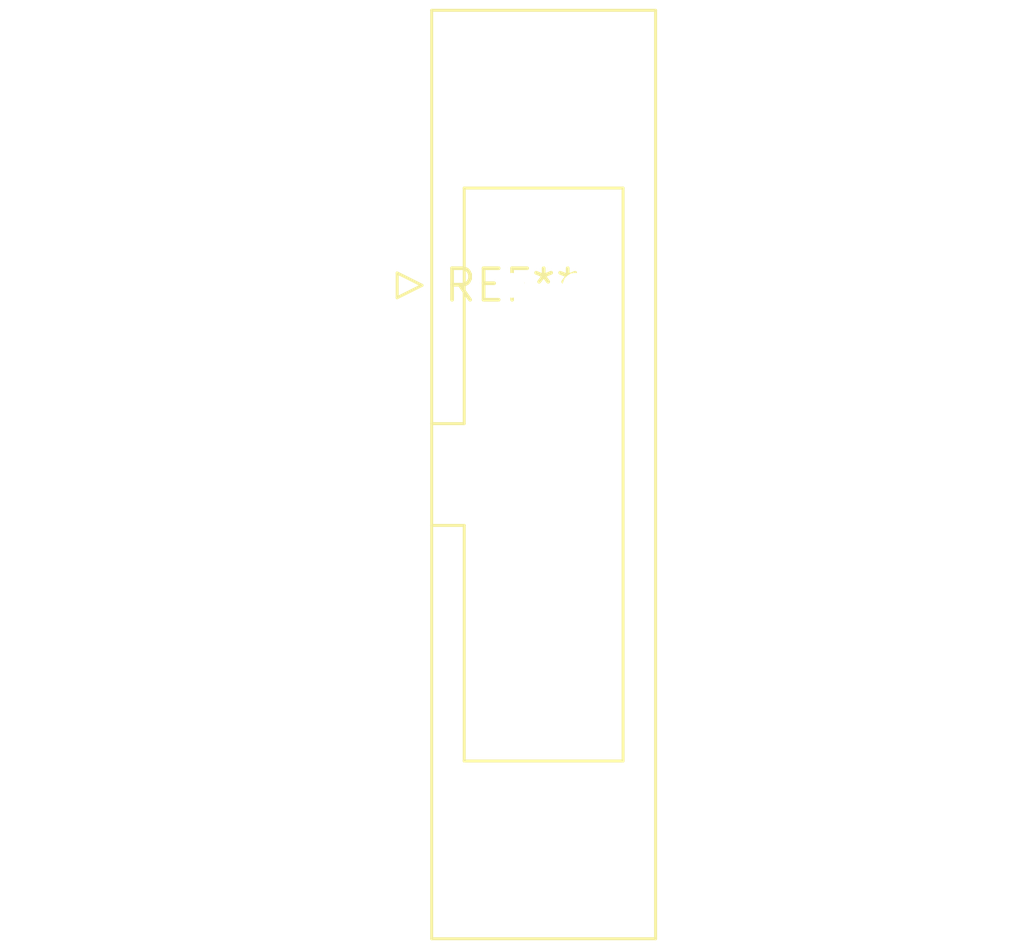
<source format=kicad_pcb>
(kicad_pcb (version 20240108) (generator pcbnew)
  (layers (0 "F.Cu" signal) (31 "B.Cu" signal) (34 "B.Paste" user) (35 "F.Paste" user) (36 "B.SilkS" user "B.Silkscreen") (37 "F.SilkS" user "F.Silkscreen") (38 "B.Mask" user) (39 "F.Mask" user) (44 "Edge.Cuts" user))
  (net 0 "")
  (footprint "IDC-Header_2x07_P2.54mm_Latch_Vertical" (layer "F.Cu") (at 0 0)
    (property "Reference" "REF**")
    (property "Value" "IDC-Header_2x07_P2.54mm_Latch_Vertical")
    (fp_line (start -4.63 -0.5) (end -4.63 0.5) (layer "F.SilkS") (stroke (width 0.12)))
    (fp_line (start -4.63 0.5) (end -3.63 0) (layer "F.SilkS") (stroke (width 0.12)))
    (fp_line (start -3.63 0) (end -4.63 -0.5) (layer "F.SilkS") (stroke (width 0.12)))
    (fp_line (start -3.24 -11.08) (end 5.78 -11.08) (layer "F.SilkS") (stroke (width 0.12)))
    (fp_line (start -3.24 5.57) (end -1.93 5.57) (layer "F.SilkS") (stroke (width 0.12)))
    (fp_line (start -3.24 26.32) (end -3.24 -11.08) (layer "F.SilkS") (stroke (width 0.12)))
    (fp_line (start -1.93 -3.92) (end 4.47 -3.92) (layer "F.SilkS") (stroke (width 0.12)))
    (fp_line (start -1.93 5.57) (end -1.93 -3.92) (layer "F.SilkS") (stroke (width 0.12)))
    (fp_line (start -1.93 9.67) (end -3.24 9.67) (layer "F.SilkS") (stroke (width 0.12)))
    (fp_line (start -1.93 9.67) (end -1.93 9.67) (layer "F.SilkS") (stroke (width 0.12)))
    (fp_line (start -1.93 19.16) (end -1.93 9.67) (layer "F.SilkS") (stroke (width 0.12)))
    (fp_line (start 4.47 -3.92) (end 4.47 19.16) (layer "F.SilkS") (stroke (width 0.12)))
    (fp_line (start 4.47 19.16) (end -1.93 19.16) (layer "F.SilkS") (stroke (width 0.12)))
    (fp_line (start 5.78 -11.08) (end 5.78 26.32) (layer "F.SilkS") (stroke (width 0.12)))
    (fp_line (start 5.78 26.32) (end -3.24 26.32) (layer "F.SilkS") (stroke (width 0.12)))
    (pad "1" thru_hole roundrect (at 0 0) (size 1.7 1.7) (drill 1) (layers *.Cu *.Mask) (remove_unused_layers) (roundrect_rratio 0.147059))
    (pad "2" thru_hole circle (at 2.54 0) (size 1.7 1.7) (drill 1) (layers *.Cu *.Mask) (remove_unused_layers))
    (pad "3" thru_hole circle (at 0 2.54) (size 1.7 1.7) (drill 1) (layers *.Cu *.Mask) (remove_unused_layers))
    (pad "4" thru_hole circle (at 2.54 2.54) (size 1.7 1.7) (drill 1) (layers *.Cu *.Mask) (remove_unused_layers))
    (pad "5" thru_hole circle (at 0 5.08) (size 1.7 1.7) (drill 1) (layers *.Cu *.Mask) (remove_unused_layers))
    (pad "6" thru_hole circle (at 2.54 5.08) (size 1.7 1.7) (drill 1) (layers *.Cu *.Mask) (remove_unused_layers))
    (pad "7" thru_hole circle (at 0 7.62) (size 1.7 1.7) (drill 1) (layers *.Cu *.Mask) (remove_unused_layers))
    (pad "8" thru_hole circle (at 2.54 7.62) (size 1.7 1.7) (drill 1) (layers *.Cu *.Mask) (remove_unused_layers))
    (pad "9" thru_hole circle (at 0 10.16) (size 1.7 1.7) (drill 1) (layers *.Cu *.Mask) (remove_unused_layers))
    (pad "10" thru_hole circle (at 2.54 10.16) (size 1.7 1.7) (drill 1) (layers *.Cu *.Mask) (remove_unused_layers))
    (pad "11" thru_hole circle (at 0 12.7) (size 1.7 1.7) (drill 1) (layers *.Cu *.Mask) (remove_unused_layers))
    (pad "12" thru_hole circle (at 2.54 12.7) (size 1.7 1.7) (drill 1) (layers *.Cu *.Mask) (remove_unused_layers))
    (pad "13" thru_hole circle (at 0 15.24) (size 1.7 1.7) (drill 1) (layers *.Cu *.Mask) (remove_unused_layers))
    (pad "14" thru_hole circle (at 2.54 15.24) (size 1.7 1.7) (drill 1) (layers *.Cu *.Mask) (remove_unused_layers))
  )
)
</source>
